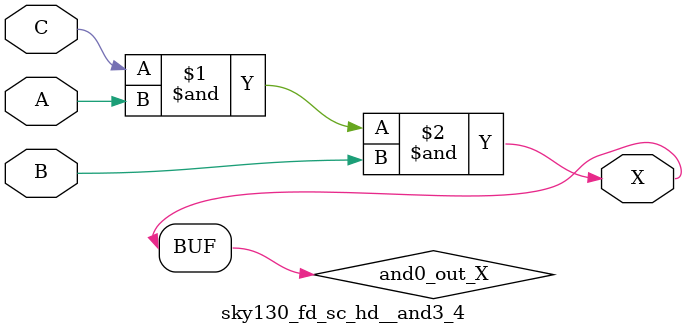
<source format=v>
/*
 * Copyright 2020 The SkyWater PDK Authors
 *
 * Licensed under the Apache License, Version 2.0 (the "License");
 * you may not use this file except in compliance with the License.
 * You may obtain a copy of the License at
 *
 *     https://www.apache.org/licenses/LICENSE-2.0
 *
 * Unless required by applicable law or agreed to in writing, software
 * distributed under the License is distributed on an "AS IS" BASIS,
 * WITHOUT WARRANTIES OR CONDITIONS OF ANY KIND, either express or implied.
 * See the License for the specific language governing permissions and
 * limitations under the License.
 *
 * SPDX-License-Identifier: Apache-2.0
*/


`ifndef SKY130_FD_SC_HD__AND3_4_FUNCTIONAL_V
`define SKY130_FD_SC_HD__AND3_4_FUNCTIONAL_V

/**
 * and3: 3-input AND.
 *
 * Verilog simulation functional model.
 */

`timescale 1ns / 1ps
`default_nettype none

`celldefine
module sky130_fd_sc_hd__and3_4 (
    X,
    A,
    B,
    C
);

    // Module ports
    output X;
    input  A;
    input  B;
    input  C;

    // Local signals
    wire and0_out_X;

    //  Name  Output      Other arguments
    and and0 (and0_out_X, C, A, B        );
    buf buf0 (X         , and0_out_X     );

endmodule
`endcelldefine

`default_nettype wire
`endif  // SKY130_FD_SC_HD__AND3_4_FUNCTIONAL_V

</source>
